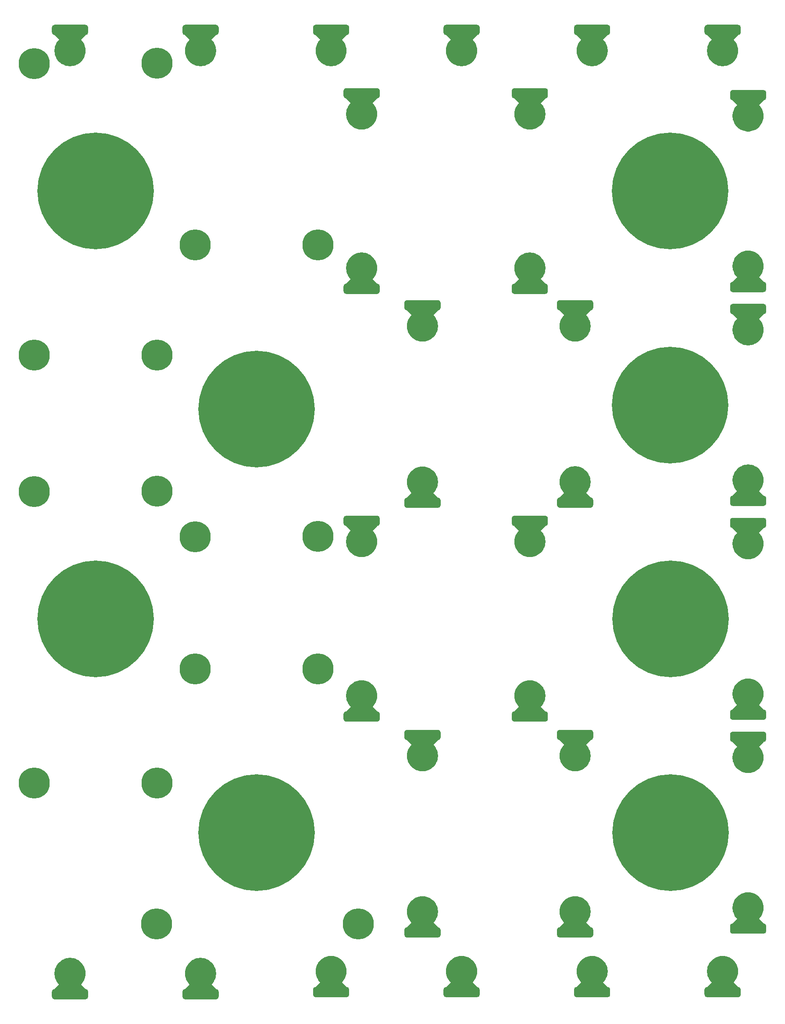
<source format=gbr>
%TF.GenerationSoftware,KiCad,Pcbnew,(5.1.9)-1*%
%TF.CreationDate,2021-11-07T02:37:45+01:00*%
%TF.ProjectId,SwitchBox,53776974-6368-4426-9f78-2e6b69636164,rev?*%
%TF.SameCoordinates,Original*%
%TF.FileFunction,Soldermask,Bot*%
%TF.FilePolarity,Negative*%
%FSLAX46Y46*%
G04 Gerber Fmt 4.6, Leading zero omitted, Abs format (unit mm)*
G04 Created by KiCad (PCBNEW (5.1.9)-1) date 2021-11-07 02:37:45*
%MOMM*%
%LPD*%
G01*
G04 APERTURE LIST*
%ADD10C,6.000000*%
%ADD11C,22.500000*%
%ADD12C,0.100000*%
G04 APERTURE END LIST*
D10*
%TO.C,SW1*%
X60120000Y-96280000D03*
X60100000Y-40010000D03*
X36400000Y-40040000D03*
X36420000Y-96260000D03*
D11*
X48260000Y-64650000D03*
%TD*%
%TO.C,D4*%
X159250000Y-188420000D03*
%TD*%
%TO.C,D3*%
X159230000Y-147163332D03*
%TD*%
%TO.C,D2*%
X159190000Y-105906666D03*
%TD*%
%TO.C,D1*%
X159190000Y-64650000D03*
%TD*%
D12*
%TO.C,BLACK*%
G36*
X111790191Y-117802470D02*
G01*
X112078941Y-117859906D01*
X112360670Y-117945368D01*
X112632665Y-118058032D01*
X112892308Y-118196814D01*
X113137098Y-118360377D01*
X113364677Y-118547147D01*
X113572853Y-118755323D01*
X113759623Y-118982902D01*
X113923186Y-119227692D01*
X114061968Y-119487335D01*
X114174632Y-119759330D01*
X114260094Y-120041059D01*
X114317530Y-120329809D01*
X114346386Y-120622797D01*
X114346386Y-120917203D01*
X114317530Y-121210191D01*
X114260094Y-121498941D01*
X114174632Y-121780670D01*
X114061968Y-122052665D01*
X113923186Y-122312308D01*
X113759623Y-122557098D01*
X113572853Y-122784677D01*
X113468765Y-122888765D01*
X114350000Y-123770000D01*
X108350000Y-123770000D01*
X109231235Y-122888765D01*
X109127147Y-122784677D01*
X108940377Y-122557098D01*
X108776814Y-122312308D01*
X108638032Y-122052665D01*
X108525368Y-121780670D01*
X108439906Y-121498941D01*
X108382470Y-121210191D01*
X108353614Y-120917203D01*
X108353614Y-120622797D01*
X108382470Y-120329809D01*
X108439906Y-120041059D01*
X108525368Y-119759330D01*
X108638032Y-119487335D01*
X108776814Y-119227692D01*
X108940377Y-118982902D01*
X109127147Y-118755323D01*
X109335323Y-118547147D01*
X109562902Y-118360377D01*
X109807692Y-118196814D01*
X110067335Y-118058032D01*
X110339330Y-117945368D01*
X110621059Y-117859906D01*
X110909809Y-117802470D01*
X111202797Y-117773614D01*
X111497203Y-117773614D01*
X111790191Y-117802470D01*
G37*
G36*
G01*
X108350000Y-123770000D02*
X114350000Y-123770000D01*
G75*
G02*
X114850000Y-124270000I0J-500000D01*
G01*
X114850000Y-125270000D01*
G75*
G02*
X114350000Y-125770000I-500000J0D01*
G01*
X108350000Y-125770000D01*
G75*
G02*
X107850000Y-125270000I0J500000D01*
G01*
X107850000Y-124270000D01*
G75*
G02*
X108350000Y-123770000I500000J0D01*
G01*
G37*
%TD*%
%TO.C,BLACK*%
G36*
X99169809Y-135237530D02*
G01*
X98881059Y-135180094D01*
X98599330Y-135094632D01*
X98327335Y-134981968D01*
X98067692Y-134843186D01*
X97822902Y-134679623D01*
X97595323Y-134492853D01*
X97387147Y-134284677D01*
X97200377Y-134057098D01*
X97036814Y-133812308D01*
X96898032Y-133552665D01*
X96785368Y-133280670D01*
X96699906Y-132998941D01*
X96642470Y-132710191D01*
X96613614Y-132417203D01*
X96613614Y-132122797D01*
X96642470Y-131829809D01*
X96699906Y-131541059D01*
X96785368Y-131259330D01*
X96898032Y-130987335D01*
X97036814Y-130727692D01*
X97200377Y-130482902D01*
X97387147Y-130255323D01*
X97491235Y-130151235D01*
X96610000Y-129270000D01*
X102610000Y-129270000D01*
X101728765Y-130151235D01*
X101832853Y-130255323D01*
X102019623Y-130482902D01*
X102183186Y-130727692D01*
X102321968Y-130987335D01*
X102434632Y-131259330D01*
X102520094Y-131541059D01*
X102577530Y-131829809D01*
X102606386Y-132122797D01*
X102606386Y-132417203D01*
X102577530Y-132710191D01*
X102520094Y-132998941D01*
X102434632Y-133280670D01*
X102321968Y-133552665D01*
X102183186Y-133812308D01*
X102019623Y-134057098D01*
X101832853Y-134284677D01*
X101624677Y-134492853D01*
X101397098Y-134679623D01*
X101152308Y-134843186D01*
X100892665Y-134981968D01*
X100620670Y-135094632D01*
X100338941Y-135180094D01*
X100050191Y-135237530D01*
X99757203Y-135266386D01*
X99462797Y-135266386D01*
X99169809Y-135237530D01*
G37*
G36*
G01*
X102610000Y-129270000D02*
X96610000Y-129270000D01*
G75*
G02*
X96110000Y-128770000I0J500000D01*
G01*
X96110000Y-127770000D01*
G75*
G02*
X96610000Y-127270000I500000J0D01*
G01*
X102610000Y-127270000D01*
G75*
G02*
X103110000Y-127770000I0J-500000D01*
G01*
X103110000Y-128770000D01*
G75*
G02*
X102610000Y-129270000I-500000J0D01*
G01*
G37*
%TD*%
%TO.C,BLACK*%
G36*
G01*
X96610000Y-165010000D02*
X102610000Y-165010000D01*
G75*
G02*
X103110000Y-165510000I0J-500000D01*
G01*
X103110000Y-166510000D01*
G75*
G02*
X102610000Y-167010000I-500000J0D01*
G01*
X96610000Y-167010000D01*
G75*
G02*
X96110000Y-166510000I0J500000D01*
G01*
X96110000Y-165510000D01*
G75*
G02*
X96610000Y-165010000I500000J0D01*
G01*
G37*
G36*
X100050191Y-159042470D02*
G01*
X100338941Y-159099906D01*
X100620670Y-159185368D01*
X100892665Y-159298032D01*
X101152308Y-159436814D01*
X101397098Y-159600377D01*
X101624677Y-159787147D01*
X101832853Y-159995323D01*
X102019623Y-160222902D01*
X102183186Y-160467692D01*
X102321968Y-160727335D01*
X102434632Y-160999330D01*
X102520094Y-161281059D01*
X102577530Y-161569809D01*
X102606386Y-161862797D01*
X102606386Y-162157203D01*
X102577530Y-162450191D01*
X102520094Y-162738941D01*
X102434632Y-163020670D01*
X102321968Y-163292665D01*
X102183186Y-163552308D01*
X102019623Y-163797098D01*
X101832853Y-164024677D01*
X101728765Y-164128765D01*
X102610000Y-165010000D01*
X96610000Y-165010000D01*
X97491235Y-164128765D01*
X97387147Y-164024677D01*
X97200377Y-163797098D01*
X97036814Y-163552308D01*
X96898032Y-163292665D01*
X96785368Y-163020670D01*
X96699906Y-162738941D01*
X96642470Y-162450191D01*
X96613614Y-162157203D01*
X96613614Y-161862797D01*
X96642470Y-161569809D01*
X96699906Y-161281059D01*
X96785368Y-160999330D01*
X96898032Y-160727335D01*
X97036814Y-160467692D01*
X97200377Y-160222902D01*
X97387147Y-159995323D01*
X97595323Y-159787147D01*
X97822902Y-159600377D01*
X98067692Y-159436814D01*
X98327335Y-159298032D01*
X98599330Y-159185368D01*
X98881059Y-159099906D01*
X99169809Y-159042470D01*
X99462797Y-159013614D01*
X99757203Y-159013614D01*
X100050191Y-159042470D01*
G37*
%TD*%
%TO.C,BLACK*%
G36*
G01*
X108350000Y-206650000D02*
X114350000Y-206650000D01*
G75*
G02*
X114850000Y-207150000I0J-500000D01*
G01*
X114850000Y-208150000D01*
G75*
G02*
X114350000Y-208650000I-500000J0D01*
G01*
X108350000Y-208650000D01*
G75*
G02*
X107850000Y-208150000I0J500000D01*
G01*
X107850000Y-207150000D01*
G75*
G02*
X108350000Y-206650000I500000J0D01*
G01*
G37*
G36*
X111790191Y-200682470D02*
G01*
X112078941Y-200739906D01*
X112360670Y-200825368D01*
X112632665Y-200938032D01*
X112892308Y-201076814D01*
X113137098Y-201240377D01*
X113364677Y-201427147D01*
X113572853Y-201635323D01*
X113759623Y-201862902D01*
X113923186Y-202107692D01*
X114061968Y-202367335D01*
X114174632Y-202639330D01*
X114260094Y-202921059D01*
X114317530Y-203209809D01*
X114346386Y-203502797D01*
X114346386Y-203797203D01*
X114317530Y-204090191D01*
X114260094Y-204378941D01*
X114174632Y-204660670D01*
X114061968Y-204932665D01*
X113923186Y-205192308D01*
X113759623Y-205437098D01*
X113572853Y-205664677D01*
X113468765Y-205768765D01*
X114350000Y-206650000D01*
X108350000Y-206650000D01*
X109231235Y-205768765D01*
X109127147Y-205664677D01*
X108940377Y-205437098D01*
X108776814Y-205192308D01*
X108638032Y-204932665D01*
X108525368Y-204660670D01*
X108439906Y-204378941D01*
X108382470Y-204090191D01*
X108353614Y-203797203D01*
X108353614Y-203502797D01*
X108382470Y-203209809D01*
X108439906Y-202921059D01*
X108525368Y-202639330D01*
X108638032Y-202367335D01*
X108776814Y-202107692D01*
X108940377Y-201862902D01*
X109127147Y-201635323D01*
X109335323Y-201427147D01*
X109562902Y-201240377D01*
X109807692Y-201076814D01*
X110067335Y-200938032D01*
X110339330Y-200825368D01*
X110621059Y-200739906D01*
X110909809Y-200682470D01*
X111202797Y-200653614D01*
X111497203Y-200653614D01*
X111790191Y-200682470D01*
G37*
%TD*%
%TO.C,BLACK*%
G36*
G01*
X114350000Y-170570000D02*
X108350000Y-170570000D01*
G75*
G02*
X107850000Y-170070000I0J500000D01*
G01*
X107850000Y-169070000D01*
G75*
G02*
X108350000Y-168570000I500000J0D01*
G01*
X114350000Y-168570000D01*
G75*
G02*
X114850000Y-169070000I0J-500000D01*
G01*
X114850000Y-170070000D01*
G75*
G02*
X114350000Y-170570000I-500000J0D01*
G01*
G37*
G36*
X110909809Y-176537530D02*
G01*
X110621059Y-176480094D01*
X110339330Y-176394632D01*
X110067335Y-176281968D01*
X109807692Y-176143186D01*
X109562902Y-175979623D01*
X109335323Y-175792853D01*
X109127147Y-175584677D01*
X108940377Y-175357098D01*
X108776814Y-175112308D01*
X108638032Y-174852665D01*
X108525368Y-174580670D01*
X108439906Y-174298941D01*
X108382470Y-174010191D01*
X108353614Y-173717203D01*
X108353614Y-173422797D01*
X108382470Y-173129809D01*
X108439906Y-172841059D01*
X108525368Y-172559330D01*
X108638032Y-172287335D01*
X108776814Y-172027692D01*
X108940377Y-171782902D01*
X109127147Y-171555323D01*
X109231235Y-171451235D01*
X108350000Y-170570000D01*
X114350000Y-170570000D01*
X113468765Y-171451235D01*
X113572853Y-171555323D01*
X113759623Y-171782902D01*
X113923186Y-172027692D01*
X114061968Y-172287335D01*
X114174632Y-172559330D01*
X114260094Y-172841059D01*
X114317530Y-173129809D01*
X114346386Y-173422797D01*
X114346386Y-173717203D01*
X114317530Y-174010191D01*
X114260094Y-174298941D01*
X114174632Y-174580670D01*
X114061968Y-174852665D01*
X113923186Y-175112308D01*
X113759623Y-175357098D01*
X113572853Y-175584677D01*
X113364677Y-175792853D01*
X113137098Y-175979623D01*
X112892308Y-176143186D01*
X112632665Y-176281968D01*
X112360670Y-176394632D01*
X112078941Y-176480094D01*
X111790191Y-176537530D01*
X111497203Y-176566386D01*
X111202797Y-176566386D01*
X110909809Y-176537530D01*
G37*
%TD*%
%TO.C,BLACK*%
G36*
X110909809Y-93647530D02*
G01*
X110621059Y-93590094D01*
X110339330Y-93504632D01*
X110067335Y-93391968D01*
X109807692Y-93253186D01*
X109562902Y-93089623D01*
X109335323Y-92902853D01*
X109127147Y-92694677D01*
X108940377Y-92467098D01*
X108776814Y-92222308D01*
X108638032Y-91962665D01*
X108525368Y-91690670D01*
X108439906Y-91408941D01*
X108382470Y-91120191D01*
X108353614Y-90827203D01*
X108353614Y-90532797D01*
X108382470Y-90239809D01*
X108439906Y-89951059D01*
X108525368Y-89669330D01*
X108638032Y-89397335D01*
X108776814Y-89137692D01*
X108940377Y-88892902D01*
X109127147Y-88665323D01*
X109231235Y-88561235D01*
X108350000Y-87680000D01*
X114350000Y-87680000D01*
X113468765Y-88561235D01*
X113572853Y-88665323D01*
X113759623Y-88892902D01*
X113923186Y-89137692D01*
X114061968Y-89397335D01*
X114174632Y-89669330D01*
X114260094Y-89951059D01*
X114317530Y-90239809D01*
X114346386Y-90532797D01*
X114346386Y-90827203D01*
X114317530Y-91120191D01*
X114260094Y-91408941D01*
X114174632Y-91690670D01*
X114061968Y-91962665D01*
X113923186Y-92222308D01*
X113759623Y-92467098D01*
X113572853Y-92694677D01*
X113364677Y-92902853D01*
X113137098Y-93089623D01*
X112892308Y-93253186D01*
X112632665Y-93391968D01*
X112360670Y-93504632D01*
X112078941Y-93590094D01*
X111790191Y-93647530D01*
X111497203Y-93676386D01*
X111202797Y-93676386D01*
X110909809Y-93647530D01*
G37*
G36*
G01*
X114350000Y-87680000D02*
X108350000Y-87680000D01*
G75*
G02*
X107850000Y-87180000I0J500000D01*
G01*
X107850000Y-86180000D01*
G75*
G02*
X108350000Y-85680000I500000J0D01*
G01*
X114350000Y-85680000D01*
G75*
G02*
X114850000Y-86180000I0J-500000D01*
G01*
X114850000Y-87180000D01*
G75*
G02*
X114350000Y-87680000I-500000J0D01*
G01*
G37*
%TD*%
%TO.C,BLACK*%
G36*
X100050191Y-76532470D02*
G01*
X100338941Y-76589906D01*
X100620670Y-76675368D01*
X100892665Y-76788032D01*
X101152308Y-76926814D01*
X101397098Y-77090377D01*
X101624677Y-77277147D01*
X101832853Y-77485323D01*
X102019623Y-77712902D01*
X102183186Y-77957692D01*
X102321968Y-78217335D01*
X102434632Y-78489330D01*
X102520094Y-78771059D01*
X102577530Y-79059809D01*
X102606386Y-79352797D01*
X102606386Y-79647203D01*
X102577530Y-79940191D01*
X102520094Y-80228941D01*
X102434632Y-80510670D01*
X102321968Y-80782665D01*
X102183186Y-81042308D01*
X102019623Y-81287098D01*
X101832853Y-81514677D01*
X101728765Y-81618765D01*
X102610000Y-82500000D01*
X96610000Y-82500000D01*
X97491235Y-81618765D01*
X97387147Y-81514677D01*
X97200377Y-81287098D01*
X97036814Y-81042308D01*
X96898032Y-80782665D01*
X96785368Y-80510670D01*
X96699906Y-80228941D01*
X96642470Y-79940191D01*
X96613614Y-79647203D01*
X96613614Y-79352797D01*
X96642470Y-79059809D01*
X96699906Y-78771059D01*
X96785368Y-78489330D01*
X96898032Y-78217335D01*
X97036814Y-77957692D01*
X97200377Y-77712902D01*
X97387147Y-77485323D01*
X97595323Y-77277147D01*
X97822902Y-77090377D01*
X98067692Y-76926814D01*
X98327335Y-76788032D01*
X98599330Y-76675368D01*
X98881059Y-76589906D01*
X99169809Y-76532470D01*
X99462797Y-76503614D01*
X99757203Y-76503614D01*
X100050191Y-76532470D01*
G37*
G36*
G01*
X96610000Y-82500000D02*
X102610000Y-82500000D01*
G75*
G02*
X103110000Y-83000000I0J-500000D01*
G01*
X103110000Y-84000000D01*
G75*
G02*
X102610000Y-84500000I-500000J0D01*
G01*
X96610000Y-84500000D01*
G75*
G02*
X96110000Y-84000000I0J500000D01*
G01*
X96110000Y-83000000D01*
G75*
G02*
X96610000Y-82500000I500000J0D01*
G01*
G37*
%TD*%
%TO.C,BLACK*%
G36*
X140379809Y-93647530D02*
G01*
X140091059Y-93590094D01*
X139809330Y-93504632D01*
X139537335Y-93391968D01*
X139277692Y-93253186D01*
X139032902Y-93089623D01*
X138805323Y-92902853D01*
X138597147Y-92694677D01*
X138410377Y-92467098D01*
X138246814Y-92222308D01*
X138108032Y-91962665D01*
X137995368Y-91690670D01*
X137909906Y-91408941D01*
X137852470Y-91120191D01*
X137823614Y-90827203D01*
X137823614Y-90532797D01*
X137852470Y-90239809D01*
X137909906Y-89951059D01*
X137995368Y-89669330D01*
X138108032Y-89397335D01*
X138246814Y-89137692D01*
X138410377Y-88892902D01*
X138597147Y-88665323D01*
X138701235Y-88561235D01*
X137820000Y-87680000D01*
X143820000Y-87680000D01*
X142938765Y-88561235D01*
X143042853Y-88665323D01*
X143229623Y-88892902D01*
X143393186Y-89137692D01*
X143531968Y-89397335D01*
X143644632Y-89669330D01*
X143730094Y-89951059D01*
X143787530Y-90239809D01*
X143816386Y-90532797D01*
X143816386Y-90827203D01*
X143787530Y-91120191D01*
X143730094Y-91408941D01*
X143644632Y-91690670D01*
X143531968Y-91962665D01*
X143393186Y-92222308D01*
X143229623Y-92467098D01*
X143042853Y-92694677D01*
X142834677Y-92902853D01*
X142607098Y-93089623D01*
X142362308Y-93253186D01*
X142102665Y-93391968D01*
X141830670Y-93504632D01*
X141548941Y-93590094D01*
X141260191Y-93647530D01*
X140967203Y-93676386D01*
X140672797Y-93676386D01*
X140379809Y-93647530D01*
G37*
G36*
G01*
X143820000Y-87680000D02*
X137820000Y-87680000D01*
G75*
G02*
X137320000Y-87180000I0J500000D01*
G01*
X137320000Y-86180000D01*
G75*
G02*
X137820000Y-85680000I500000J0D01*
G01*
X143820000Y-85680000D01*
G75*
G02*
X144320000Y-86180000I0J-500000D01*
G01*
X144320000Y-87180000D01*
G75*
G02*
X143820000Y-87680000I-500000J0D01*
G01*
G37*
%TD*%
%TO.C,BLACK*%
G36*
X140379809Y-176537530D02*
G01*
X140091059Y-176480094D01*
X139809330Y-176394632D01*
X139537335Y-176281968D01*
X139277692Y-176143186D01*
X139032902Y-175979623D01*
X138805323Y-175792853D01*
X138597147Y-175584677D01*
X138410377Y-175357098D01*
X138246814Y-175112308D01*
X138108032Y-174852665D01*
X137995368Y-174580670D01*
X137909906Y-174298941D01*
X137852470Y-174010191D01*
X137823614Y-173717203D01*
X137823614Y-173422797D01*
X137852470Y-173129809D01*
X137909906Y-172841059D01*
X137995368Y-172559330D01*
X138108032Y-172287335D01*
X138246814Y-172027692D01*
X138410377Y-171782902D01*
X138597147Y-171555323D01*
X138701235Y-171451235D01*
X137820000Y-170570000D01*
X143820000Y-170570000D01*
X142938765Y-171451235D01*
X143042853Y-171555323D01*
X143229623Y-171782902D01*
X143393186Y-172027692D01*
X143531968Y-172287335D01*
X143644632Y-172559330D01*
X143730094Y-172841059D01*
X143787530Y-173129809D01*
X143816386Y-173422797D01*
X143816386Y-173717203D01*
X143787530Y-174010191D01*
X143730094Y-174298941D01*
X143644632Y-174580670D01*
X143531968Y-174852665D01*
X143393186Y-175112308D01*
X143229623Y-175357098D01*
X143042853Y-175584677D01*
X142834677Y-175792853D01*
X142607098Y-175979623D01*
X142362308Y-176143186D01*
X142102665Y-176281968D01*
X141830670Y-176394632D01*
X141548941Y-176480094D01*
X141260191Y-176537530D01*
X140967203Y-176566386D01*
X140672797Y-176566386D01*
X140379809Y-176537530D01*
G37*
G36*
G01*
X143820000Y-170570000D02*
X137820000Y-170570000D01*
G75*
G02*
X137320000Y-170070000I0J500000D01*
G01*
X137320000Y-169070000D01*
G75*
G02*
X137820000Y-168570000I500000J0D01*
G01*
X143820000Y-168570000D01*
G75*
G02*
X144320000Y-169070000I0J-500000D01*
G01*
X144320000Y-170070000D01*
G75*
G02*
X143820000Y-170570000I-500000J0D01*
G01*
G37*
%TD*%
%TO.C,BLACK*%
G36*
X132520191Y-159032470D02*
G01*
X132808941Y-159089906D01*
X133090670Y-159175368D01*
X133362665Y-159288032D01*
X133622308Y-159426814D01*
X133867098Y-159590377D01*
X134094677Y-159777147D01*
X134302853Y-159985323D01*
X134489623Y-160212902D01*
X134653186Y-160457692D01*
X134791968Y-160717335D01*
X134904632Y-160989330D01*
X134990094Y-161271059D01*
X135047530Y-161559809D01*
X135076386Y-161852797D01*
X135076386Y-162147203D01*
X135047530Y-162440191D01*
X134990094Y-162728941D01*
X134904632Y-163010670D01*
X134791968Y-163282665D01*
X134653186Y-163542308D01*
X134489623Y-163787098D01*
X134302853Y-164014677D01*
X134198765Y-164118765D01*
X135080000Y-165000000D01*
X129080000Y-165000000D01*
X129961235Y-164118765D01*
X129857147Y-164014677D01*
X129670377Y-163787098D01*
X129506814Y-163542308D01*
X129368032Y-163282665D01*
X129255368Y-163010670D01*
X129169906Y-162728941D01*
X129112470Y-162440191D01*
X129083614Y-162147203D01*
X129083614Y-161852797D01*
X129112470Y-161559809D01*
X129169906Y-161271059D01*
X129255368Y-160989330D01*
X129368032Y-160717335D01*
X129506814Y-160457692D01*
X129670377Y-160212902D01*
X129857147Y-159985323D01*
X130065323Y-159777147D01*
X130292902Y-159590377D01*
X130537692Y-159426814D01*
X130797335Y-159288032D01*
X131069330Y-159175368D01*
X131351059Y-159089906D01*
X131639809Y-159032470D01*
X131932797Y-159003614D01*
X132227203Y-159003614D01*
X132520191Y-159032470D01*
G37*
G36*
G01*
X129080000Y-165000000D02*
X135080000Y-165000000D01*
G75*
G02*
X135580000Y-165500000I0J-500000D01*
G01*
X135580000Y-166500000D01*
G75*
G02*
X135080000Y-167000000I-500000J0D01*
G01*
X129080000Y-167000000D01*
G75*
G02*
X128580000Y-166500000I0J500000D01*
G01*
X128580000Y-165500000D01*
G75*
G02*
X129080000Y-165000000I500000J0D01*
G01*
G37*
%TD*%
%TO.C,BLACK*%
G36*
G01*
X137820000Y-206640000D02*
X143820000Y-206640000D01*
G75*
G02*
X144320000Y-207140000I0J-500000D01*
G01*
X144320000Y-208140000D01*
G75*
G02*
X143820000Y-208640000I-500000J0D01*
G01*
X137820000Y-208640000D01*
G75*
G02*
X137320000Y-208140000I0J500000D01*
G01*
X137320000Y-207140000D01*
G75*
G02*
X137820000Y-206640000I500000J0D01*
G01*
G37*
G36*
X141260191Y-200672470D02*
G01*
X141548941Y-200729906D01*
X141830670Y-200815368D01*
X142102665Y-200928032D01*
X142362308Y-201066814D01*
X142607098Y-201230377D01*
X142834677Y-201417147D01*
X143042853Y-201625323D01*
X143229623Y-201852902D01*
X143393186Y-202097692D01*
X143531968Y-202357335D01*
X143644632Y-202629330D01*
X143730094Y-202911059D01*
X143787530Y-203199809D01*
X143816386Y-203492797D01*
X143816386Y-203787203D01*
X143787530Y-204080191D01*
X143730094Y-204368941D01*
X143644632Y-204650670D01*
X143531968Y-204922665D01*
X143393186Y-205182308D01*
X143229623Y-205427098D01*
X143042853Y-205654677D01*
X142938765Y-205758765D01*
X143820000Y-206640000D01*
X137820000Y-206640000D01*
X138701235Y-205758765D01*
X138597147Y-205654677D01*
X138410377Y-205427098D01*
X138246814Y-205182308D01*
X138108032Y-204922665D01*
X137995368Y-204650670D01*
X137909906Y-204368941D01*
X137852470Y-204080191D01*
X137823614Y-203787203D01*
X137823614Y-203492797D01*
X137852470Y-203199809D01*
X137909906Y-202911059D01*
X137995368Y-202629330D01*
X138108032Y-202357335D01*
X138246814Y-202097692D01*
X138410377Y-201852902D01*
X138597147Y-201625323D01*
X138805323Y-201417147D01*
X139032902Y-201230377D01*
X139277692Y-201066814D01*
X139537335Y-200928032D01*
X139809330Y-200815368D01*
X140091059Y-200729906D01*
X140379809Y-200672470D01*
X140672797Y-200643614D01*
X140967203Y-200643614D01*
X141260191Y-200672470D01*
G37*
%TD*%
%TO.C,BLACK*%
G36*
G01*
X129080000Y-82500000D02*
X135080000Y-82500000D01*
G75*
G02*
X135580000Y-83000000I0J-500000D01*
G01*
X135580000Y-84000000D01*
G75*
G02*
X135080000Y-84500000I-500000J0D01*
G01*
X129080000Y-84500000D01*
G75*
G02*
X128580000Y-84000000I0J500000D01*
G01*
X128580000Y-83000000D01*
G75*
G02*
X129080000Y-82500000I500000J0D01*
G01*
G37*
G36*
X132520191Y-76532470D02*
G01*
X132808941Y-76589906D01*
X133090670Y-76675368D01*
X133362665Y-76788032D01*
X133622308Y-76926814D01*
X133867098Y-77090377D01*
X134094677Y-77277147D01*
X134302853Y-77485323D01*
X134489623Y-77712902D01*
X134653186Y-77957692D01*
X134791968Y-78217335D01*
X134904632Y-78489330D01*
X134990094Y-78771059D01*
X135047530Y-79059809D01*
X135076386Y-79352797D01*
X135076386Y-79647203D01*
X135047530Y-79940191D01*
X134990094Y-80228941D01*
X134904632Y-80510670D01*
X134791968Y-80782665D01*
X134653186Y-81042308D01*
X134489623Y-81287098D01*
X134302853Y-81514677D01*
X134198765Y-81618765D01*
X135080000Y-82500000D01*
X129080000Y-82500000D01*
X129961235Y-81618765D01*
X129857147Y-81514677D01*
X129670377Y-81287098D01*
X129506814Y-81042308D01*
X129368032Y-80782665D01*
X129255368Y-80510670D01*
X129169906Y-80228941D01*
X129112470Y-79940191D01*
X129083614Y-79647203D01*
X129083614Y-79352797D01*
X129112470Y-79059809D01*
X129169906Y-78771059D01*
X129255368Y-78489330D01*
X129368032Y-78217335D01*
X129506814Y-77957692D01*
X129670377Y-77712902D01*
X129857147Y-77485323D01*
X130065323Y-77277147D01*
X130292902Y-77090377D01*
X130537692Y-76926814D01*
X130797335Y-76788032D01*
X131069330Y-76675368D01*
X131351059Y-76589906D01*
X131639809Y-76532470D01*
X131932797Y-76503614D01*
X132227203Y-76503614D01*
X132520191Y-76532470D01*
G37*
%TD*%
%TO.C,BLACK*%
G36*
G01*
X137820000Y-123740000D02*
X143820000Y-123740000D01*
G75*
G02*
X144320000Y-124240000I0J-500000D01*
G01*
X144320000Y-125240000D01*
G75*
G02*
X143820000Y-125740000I-500000J0D01*
G01*
X137820000Y-125740000D01*
G75*
G02*
X137320000Y-125240000I0J500000D01*
G01*
X137320000Y-124240000D01*
G75*
G02*
X137820000Y-123740000I500000J0D01*
G01*
G37*
G36*
X141260191Y-117772470D02*
G01*
X141548941Y-117829906D01*
X141830670Y-117915368D01*
X142102665Y-118028032D01*
X142362308Y-118166814D01*
X142607098Y-118330377D01*
X142834677Y-118517147D01*
X143042853Y-118725323D01*
X143229623Y-118952902D01*
X143393186Y-119197692D01*
X143531968Y-119457335D01*
X143644632Y-119729330D01*
X143730094Y-120011059D01*
X143787530Y-120299809D01*
X143816386Y-120592797D01*
X143816386Y-120887203D01*
X143787530Y-121180191D01*
X143730094Y-121468941D01*
X143644632Y-121750670D01*
X143531968Y-122022665D01*
X143393186Y-122282308D01*
X143229623Y-122527098D01*
X143042853Y-122754677D01*
X142938765Y-122858765D01*
X143820000Y-123740000D01*
X137820000Y-123740000D01*
X138701235Y-122858765D01*
X138597147Y-122754677D01*
X138410377Y-122527098D01*
X138246814Y-122282308D01*
X138108032Y-122022665D01*
X137995368Y-121750670D01*
X137909906Y-121468941D01*
X137852470Y-121180191D01*
X137823614Y-120887203D01*
X137823614Y-120592797D01*
X137852470Y-120299809D01*
X137909906Y-120011059D01*
X137995368Y-119729330D01*
X138108032Y-119457335D01*
X138246814Y-119197692D01*
X138410377Y-118952902D01*
X138597147Y-118725323D01*
X138805323Y-118517147D01*
X139032902Y-118330377D01*
X139277692Y-118166814D01*
X139537335Y-118028032D01*
X139809330Y-117915368D01*
X140091059Y-117829906D01*
X140379809Y-117772470D01*
X140672797Y-117743614D01*
X140967203Y-117743614D01*
X141260191Y-117772470D01*
G37*
%TD*%
%TO.C,BLACK*%
G36*
G01*
X135080000Y-129270000D02*
X129080000Y-129270000D01*
G75*
G02*
X128580000Y-128770000I0J500000D01*
G01*
X128580000Y-127770000D01*
G75*
G02*
X129080000Y-127270000I500000J0D01*
G01*
X135080000Y-127270000D01*
G75*
G02*
X135580000Y-127770000I0J-500000D01*
G01*
X135580000Y-128770000D01*
G75*
G02*
X135080000Y-129270000I-500000J0D01*
G01*
G37*
G36*
X131639809Y-135237530D02*
G01*
X131351059Y-135180094D01*
X131069330Y-135094632D01*
X130797335Y-134981968D01*
X130537692Y-134843186D01*
X130292902Y-134679623D01*
X130065323Y-134492853D01*
X129857147Y-134284677D01*
X129670377Y-134057098D01*
X129506814Y-133812308D01*
X129368032Y-133552665D01*
X129255368Y-133280670D01*
X129169906Y-132998941D01*
X129112470Y-132710191D01*
X129083614Y-132417203D01*
X129083614Y-132122797D01*
X129112470Y-131829809D01*
X129169906Y-131541059D01*
X129255368Y-131259330D01*
X129368032Y-130987335D01*
X129506814Y-130727692D01*
X129670377Y-130482902D01*
X129857147Y-130255323D01*
X129961235Y-130151235D01*
X129080000Y-129270000D01*
X135080000Y-129270000D01*
X134198765Y-130151235D01*
X134302853Y-130255323D01*
X134489623Y-130482902D01*
X134653186Y-130727692D01*
X134791968Y-130987335D01*
X134904632Y-131259330D01*
X134990094Y-131541059D01*
X135047530Y-131829809D01*
X135076386Y-132122797D01*
X135076386Y-132417203D01*
X135047530Y-132710191D01*
X134990094Y-132998941D01*
X134904632Y-133280670D01*
X134791968Y-133552665D01*
X134653186Y-133812308D01*
X134489623Y-134057098D01*
X134302853Y-134284677D01*
X134094677Y-134492853D01*
X133867098Y-134679623D01*
X133622308Y-134843186D01*
X133362665Y-134981968D01*
X133090670Y-135094632D01*
X132808941Y-135180094D01*
X132520191Y-135237530D01*
X132227203Y-135266386D01*
X131932797Y-135266386D01*
X131639809Y-135237530D01*
G37*
%TD*%
%TO.C,BLACK*%
G36*
G01*
X40310000Y-218570000D02*
X46310000Y-218570000D01*
G75*
G02*
X46810000Y-219070000I0J-500000D01*
G01*
X46810000Y-220070000D01*
G75*
G02*
X46310000Y-220570000I-500000J0D01*
G01*
X40310000Y-220570000D01*
G75*
G02*
X39810000Y-220070000I0J500000D01*
G01*
X39810000Y-219070000D01*
G75*
G02*
X40310000Y-218570000I500000J0D01*
G01*
G37*
G36*
X43750191Y-212602470D02*
G01*
X44038941Y-212659906D01*
X44320670Y-212745368D01*
X44592665Y-212858032D01*
X44852308Y-212996814D01*
X45097098Y-213160377D01*
X45324677Y-213347147D01*
X45532853Y-213555323D01*
X45719623Y-213782902D01*
X45883186Y-214027692D01*
X46021968Y-214287335D01*
X46134632Y-214559330D01*
X46220094Y-214841059D01*
X46277530Y-215129809D01*
X46306386Y-215422797D01*
X46306386Y-215717203D01*
X46277530Y-216010191D01*
X46220094Y-216298941D01*
X46134632Y-216580670D01*
X46021968Y-216852665D01*
X45883186Y-217112308D01*
X45719623Y-217357098D01*
X45532853Y-217584677D01*
X45428765Y-217688765D01*
X46310000Y-218570000D01*
X40310000Y-218570000D01*
X41191235Y-217688765D01*
X41087147Y-217584677D01*
X40900377Y-217357098D01*
X40736814Y-217112308D01*
X40598032Y-216852665D01*
X40485368Y-216580670D01*
X40399906Y-216298941D01*
X40342470Y-216010191D01*
X40313614Y-215717203D01*
X40313614Y-215422797D01*
X40342470Y-215129809D01*
X40399906Y-214841059D01*
X40485368Y-214559330D01*
X40598032Y-214287335D01*
X40736814Y-214027692D01*
X40900377Y-213782902D01*
X41087147Y-213555323D01*
X41295323Y-213347147D01*
X41522902Y-213160377D01*
X41767692Y-212996814D01*
X42027335Y-212858032D01*
X42299330Y-212745368D01*
X42581059Y-212659906D01*
X42869809Y-212602470D01*
X43162797Y-212573614D01*
X43457203Y-212573614D01*
X43750191Y-212602470D01*
G37*
%TD*%
%TO.C,RED*%
G36*
X42869809Y-40537530D02*
G01*
X42581059Y-40480094D01*
X42299330Y-40394632D01*
X42027335Y-40281968D01*
X41767692Y-40143186D01*
X41522902Y-39979623D01*
X41295323Y-39792853D01*
X41087147Y-39584677D01*
X40900377Y-39357098D01*
X40736814Y-39112308D01*
X40598032Y-38852665D01*
X40485368Y-38580670D01*
X40399906Y-38298941D01*
X40342470Y-38010191D01*
X40313614Y-37717203D01*
X40313614Y-37422797D01*
X40342470Y-37129809D01*
X40399906Y-36841059D01*
X40485368Y-36559330D01*
X40598032Y-36287335D01*
X40736814Y-36027692D01*
X40900377Y-35782902D01*
X41087147Y-35555323D01*
X41191235Y-35451235D01*
X40310000Y-34570000D01*
X46310000Y-34570000D01*
X45428765Y-35451235D01*
X45532853Y-35555323D01*
X45719623Y-35782902D01*
X45883186Y-36027692D01*
X46021968Y-36287335D01*
X46134632Y-36559330D01*
X46220094Y-36841059D01*
X46277530Y-37129809D01*
X46306386Y-37422797D01*
X46306386Y-37717203D01*
X46277530Y-38010191D01*
X46220094Y-38298941D01*
X46134632Y-38580670D01*
X46021968Y-38852665D01*
X45883186Y-39112308D01*
X45719623Y-39357098D01*
X45532853Y-39584677D01*
X45324677Y-39792853D01*
X45097098Y-39979623D01*
X44852308Y-40143186D01*
X44592665Y-40281968D01*
X44320670Y-40394632D01*
X44038941Y-40480094D01*
X43750191Y-40537530D01*
X43457203Y-40566386D01*
X43162797Y-40566386D01*
X42869809Y-40537530D01*
G37*
G36*
G01*
X46310000Y-34570000D02*
X40310000Y-34570000D01*
G75*
G02*
X39810000Y-34070000I0J500000D01*
G01*
X39810000Y-33070000D01*
G75*
G02*
X40310000Y-32570000I500000J0D01*
G01*
X46310000Y-32570000D01*
G75*
G02*
X46810000Y-33070000I0J-500000D01*
G01*
X46810000Y-34070000D01*
G75*
G02*
X46310000Y-34570000I-500000J0D01*
G01*
G37*
%TD*%
%TO.C,BLACK*%
G36*
X68948191Y-212602470D02*
G01*
X69236941Y-212659906D01*
X69518670Y-212745368D01*
X69790665Y-212858032D01*
X70050308Y-212996814D01*
X70295098Y-213160377D01*
X70522677Y-213347147D01*
X70730853Y-213555323D01*
X70917623Y-213782902D01*
X71081186Y-214027692D01*
X71219968Y-214287335D01*
X71332632Y-214559330D01*
X71418094Y-214841059D01*
X71475530Y-215129809D01*
X71504386Y-215422797D01*
X71504386Y-215717203D01*
X71475530Y-216010191D01*
X71418094Y-216298941D01*
X71332632Y-216580670D01*
X71219968Y-216852665D01*
X71081186Y-217112308D01*
X70917623Y-217357098D01*
X70730853Y-217584677D01*
X70626765Y-217688765D01*
X71508000Y-218570000D01*
X65508000Y-218570000D01*
X66389235Y-217688765D01*
X66285147Y-217584677D01*
X66098377Y-217357098D01*
X65934814Y-217112308D01*
X65796032Y-216852665D01*
X65683368Y-216580670D01*
X65597906Y-216298941D01*
X65540470Y-216010191D01*
X65511614Y-215717203D01*
X65511614Y-215422797D01*
X65540470Y-215129809D01*
X65597906Y-214841059D01*
X65683368Y-214559330D01*
X65796032Y-214287335D01*
X65934814Y-214027692D01*
X66098377Y-213782902D01*
X66285147Y-213555323D01*
X66493323Y-213347147D01*
X66720902Y-213160377D01*
X66965692Y-212996814D01*
X67225335Y-212858032D01*
X67497330Y-212745368D01*
X67779059Y-212659906D01*
X68067809Y-212602470D01*
X68360797Y-212573614D01*
X68655203Y-212573614D01*
X68948191Y-212602470D01*
G37*
G36*
G01*
X65508000Y-218570000D02*
X71508000Y-218570000D01*
G75*
G02*
X72008000Y-219070000I0J-500000D01*
G01*
X72008000Y-220070000D01*
G75*
G02*
X71508000Y-220570000I-500000J0D01*
G01*
X65508000Y-220570000D01*
G75*
G02*
X65008000Y-220070000I0J500000D01*
G01*
X65008000Y-219070000D01*
G75*
G02*
X65508000Y-218570000I500000J0D01*
G01*
G37*
%TD*%
%TO.C,RED*%
G36*
G01*
X71508000Y-34570000D02*
X65508000Y-34570000D01*
G75*
G02*
X65008000Y-34070000I0J500000D01*
G01*
X65008000Y-33070000D01*
G75*
G02*
X65508000Y-32570000I500000J0D01*
G01*
X71508000Y-32570000D01*
G75*
G02*
X72008000Y-33070000I0J-500000D01*
G01*
X72008000Y-34070000D01*
G75*
G02*
X71508000Y-34570000I-500000J0D01*
G01*
G37*
G36*
X68067809Y-40537530D02*
G01*
X67779059Y-40480094D01*
X67497330Y-40394632D01*
X67225335Y-40281968D01*
X66965692Y-40143186D01*
X66720902Y-39979623D01*
X66493323Y-39792853D01*
X66285147Y-39584677D01*
X66098377Y-39357098D01*
X65934814Y-39112308D01*
X65796032Y-38852665D01*
X65683368Y-38580670D01*
X65597906Y-38298941D01*
X65540470Y-38010191D01*
X65511614Y-37717203D01*
X65511614Y-37422797D01*
X65540470Y-37129809D01*
X65597906Y-36841059D01*
X65683368Y-36559330D01*
X65796032Y-36287335D01*
X65934814Y-36027692D01*
X66098377Y-35782902D01*
X66285147Y-35555323D01*
X66389235Y-35451235D01*
X65508000Y-34570000D01*
X71508000Y-34570000D01*
X70626765Y-35451235D01*
X70730853Y-35555323D01*
X70917623Y-35782902D01*
X71081186Y-36027692D01*
X71219968Y-36287335D01*
X71332632Y-36559330D01*
X71418094Y-36841059D01*
X71475530Y-37129809D01*
X71504386Y-37422797D01*
X71504386Y-37717203D01*
X71475530Y-38010191D01*
X71418094Y-38298941D01*
X71332632Y-38580670D01*
X71219968Y-38852665D01*
X71081186Y-39112308D01*
X70917623Y-39357098D01*
X70730853Y-39584677D01*
X70522677Y-39792853D01*
X70295098Y-39979623D01*
X70050308Y-40143186D01*
X69790665Y-40281968D01*
X69518670Y-40394632D01*
X69236941Y-40480094D01*
X68948191Y-40537530D01*
X68655203Y-40566386D01*
X68360797Y-40566386D01*
X68067809Y-40537530D01*
G37*
%TD*%
%TO.C,BLACK*%
G36*
G01*
X90706000Y-218170000D02*
X96706000Y-218170000D01*
G75*
G02*
X97206000Y-218670000I0J-500000D01*
G01*
X97206000Y-219670000D01*
G75*
G02*
X96706000Y-220170000I-500000J0D01*
G01*
X90706000Y-220170000D01*
G75*
G02*
X90206000Y-219670000I0J500000D01*
G01*
X90206000Y-218670000D01*
G75*
G02*
X90706000Y-218170000I500000J0D01*
G01*
G37*
G36*
X94146191Y-212202470D02*
G01*
X94434941Y-212259906D01*
X94716670Y-212345368D01*
X94988665Y-212458032D01*
X95248308Y-212596814D01*
X95493098Y-212760377D01*
X95720677Y-212947147D01*
X95928853Y-213155323D01*
X96115623Y-213382902D01*
X96279186Y-213627692D01*
X96417968Y-213887335D01*
X96530632Y-214159330D01*
X96616094Y-214441059D01*
X96673530Y-214729809D01*
X96702386Y-215022797D01*
X96702386Y-215317203D01*
X96673530Y-215610191D01*
X96616094Y-215898941D01*
X96530632Y-216180670D01*
X96417968Y-216452665D01*
X96279186Y-216712308D01*
X96115623Y-216957098D01*
X95928853Y-217184677D01*
X95824765Y-217288765D01*
X96706000Y-218170000D01*
X90706000Y-218170000D01*
X91587235Y-217288765D01*
X91483147Y-217184677D01*
X91296377Y-216957098D01*
X91132814Y-216712308D01*
X90994032Y-216452665D01*
X90881368Y-216180670D01*
X90795906Y-215898941D01*
X90738470Y-215610191D01*
X90709614Y-215317203D01*
X90709614Y-215022797D01*
X90738470Y-214729809D01*
X90795906Y-214441059D01*
X90881368Y-214159330D01*
X90994032Y-213887335D01*
X91132814Y-213627692D01*
X91296377Y-213382902D01*
X91483147Y-213155323D01*
X91691323Y-212947147D01*
X91918902Y-212760377D01*
X92163692Y-212596814D01*
X92423335Y-212458032D01*
X92695330Y-212345368D01*
X92977059Y-212259906D01*
X93265809Y-212202470D01*
X93558797Y-212173614D01*
X93853203Y-212173614D01*
X94146191Y-212202470D01*
G37*
%TD*%
%TO.C,RED*%
G36*
X93265809Y-40537530D02*
G01*
X92977059Y-40480094D01*
X92695330Y-40394632D01*
X92423335Y-40281968D01*
X92163692Y-40143186D01*
X91918902Y-39979623D01*
X91691323Y-39792853D01*
X91483147Y-39584677D01*
X91296377Y-39357098D01*
X91132814Y-39112308D01*
X90994032Y-38852665D01*
X90881368Y-38580670D01*
X90795906Y-38298941D01*
X90738470Y-38010191D01*
X90709614Y-37717203D01*
X90709614Y-37422797D01*
X90738470Y-37129809D01*
X90795906Y-36841059D01*
X90881368Y-36559330D01*
X90994032Y-36287335D01*
X91132814Y-36027692D01*
X91296377Y-35782902D01*
X91483147Y-35555323D01*
X91587235Y-35451235D01*
X90706000Y-34570000D01*
X96706000Y-34570000D01*
X95824765Y-35451235D01*
X95928853Y-35555323D01*
X96115623Y-35782902D01*
X96279186Y-36027692D01*
X96417968Y-36287335D01*
X96530632Y-36559330D01*
X96616094Y-36841059D01*
X96673530Y-37129809D01*
X96702386Y-37422797D01*
X96702386Y-37717203D01*
X96673530Y-38010191D01*
X96616094Y-38298941D01*
X96530632Y-38580670D01*
X96417968Y-38852665D01*
X96279186Y-39112308D01*
X96115623Y-39357098D01*
X95928853Y-39584677D01*
X95720677Y-39792853D01*
X95493098Y-39979623D01*
X95248308Y-40143186D01*
X94988665Y-40281968D01*
X94716670Y-40394632D01*
X94434941Y-40480094D01*
X94146191Y-40537530D01*
X93853203Y-40566386D01*
X93558797Y-40566386D01*
X93265809Y-40537530D01*
G37*
G36*
G01*
X96706000Y-34570000D02*
X90706000Y-34570000D01*
G75*
G02*
X90206000Y-34070000I0J500000D01*
G01*
X90206000Y-33070000D01*
G75*
G02*
X90706000Y-32570000I500000J0D01*
G01*
X96706000Y-32570000D01*
G75*
G02*
X97206000Y-33070000I0J-500000D01*
G01*
X97206000Y-34070000D01*
G75*
G02*
X96706000Y-34570000I-500000J0D01*
G01*
G37*
%TD*%
%TO.C,BLACK*%
G36*
X119344191Y-212202470D02*
G01*
X119632941Y-212259906D01*
X119914670Y-212345368D01*
X120186665Y-212458032D01*
X120446308Y-212596814D01*
X120691098Y-212760377D01*
X120918677Y-212947147D01*
X121126853Y-213155323D01*
X121313623Y-213382902D01*
X121477186Y-213627692D01*
X121615968Y-213887335D01*
X121728632Y-214159330D01*
X121814094Y-214441059D01*
X121871530Y-214729809D01*
X121900386Y-215022797D01*
X121900386Y-215317203D01*
X121871530Y-215610191D01*
X121814094Y-215898941D01*
X121728632Y-216180670D01*
X121615968Y-216452665D01*
X121477186Y-216712308D01*
X121313623Y-216957098D01*
X121126853Y-217184677D01*
X121022765Y-217288765D01*
X121904000Y-218170000D01*
X115904000Y-218170000D01*
X116785235Y-217288765D01*
X116681147Y-217184677D01*
X116494377Y-216957098D01*
X116330814Y-216712308D01*
X116192032Y-216452665D01*
X116079368Y-216180670D01*
X115993906Y-215898941D01*
X115936470Y-215610191D01*
X115907614Y-215317203D01*
X115907614Y-215022797D01*
X115936470Y-214729809D01*
X115993906Y-214441059D01*
X116079368Y-214159330D01*
X116192032Y-213887335D01*
X116330814Y-213627692D01*
X116494377Y-213382902D01*
X116681147Y-213155323D01*
X116889323Y-212947147D01*
X117116902Y-212760377D01*
X117361692Y-212596814D01*
X117621335Y-212458032D01*
X117893330Y-212345368D01*
X118175059Y-212259906D01*
X118463809Y-212202470D01*
X118756797Y-212173614D01*
X119051203Y-212173614D01*
X119344191Y-212202470D01*
G37*
G36*
G01*
X115904000Y-218170000D02*
X121904000Y-218170000D01*
G75*
G02*
X122404000Y-218670000I0J-500000D01*
G01*
X122404000Y-219670000D01*
G75*
G02*
X121904000Y-220170000I-500000J0D01*
G01*
X115904000Y-220170000D01*
G75*
G02*
X115404000Y-219670000I0J500000D01*
G01*
X115404000Y-218670000D01*
G75*
G02*
X115904000Y-218170000I500000J0D01*
G01*
G37*
%TD*%
%TO.C,RED*%
G36*
G01*
X121904000Y-34570000D02*
X115904000Y-34570000D01*
G75*
G02*
X115404000Y-34070000I0J500000D01*
G01*
X115404000Y-33070000D01*
G75*
G02*
X115904000Y-32570000I500000J0D01*
G01*
X121904000Y-32570000D01*
G75*
G02*
X122404000Y-33070000I0J-500000D01*
G01*
X122404000Y-34070000D01*
G75*
G02*
X121904000Y-34570000I-500000J0D01*
G01*
G37*
G36*
X118463809Y-40537530D02*
G01*
X118175059Y-40480094D01*
X117893330Y-40394632D01*
X117621335Y-40281968D01*
X117361692Y-40143186D01*
X117116902Y-39979623D01*
X116889323Y-39792853D01*
X116681147Y-39584677D01*
X116494377Y-39357098D01*
X116330814Y-39112308D01*
X116192032Y-38852665D01*
X116079368Y-38580670D01*
X115993906Y-38298941D01*
X115936470Y-38010191D01*
X115907614Y-37717203D01*
X115907614Y-37422797D01*
X115936470Y-37129809D01*
X115993906Y-36841059D01*
X116079368Y-36559330D01*
X116192032Y-36287335D01*
X116330814Y-36027692D01*
X116494377Y-35782902D01*
X116681147Y-35555323D01*
X116785235Y-35451235D01*
X115904000Y-34570000D01*
X121904000Y-34570000D01*
X121022765Y-35451235D01*
X121126853Y-35555323D01*
X121313623Y-35782902D01*
X121477186Y-36027692D01*
X121615968Y-36287335D01*
X121728632Y-36559330D01*
X121814094Y-36841059D01*
X121871530Y-37129809D01*
X121900386Y-37422797D01*
X121900386Y-37717203D01*
X121871530Y-38010191D01*
X121814094Y-38298941D01*
X121728632Y-38580670D01*
X121615968Y-38852665D01*
X121477186Y-39112308D01*
X121313623Y-39357098D01*
X121126853Y-39584677D01*
X120918677Y-39792853D01*
X120691098Y-39979623D01*
X120446308Y-40143186D01*
X120186665Y-40281968D01*
X119914670Y-40394632D01*
X119632941Y-40480094D01*
X119344191Y-40537530D01*
X119051203Y-40566386D01*
X118756797Y-40566386D01*
X118463809Y-40537530D01*
G37*
%TD*%
%TO.C,BLACK*%
G36*
G01*
X141102000Y-218170000D02*
X147102000Y-218170000D01*
G75*
G02*
X147602000Y-218670000I0J-500000D01*
G01*
X147602000Y-219670000D01*
G75*
G02*
X147102000Y-220170000I-500000J0D01*
G01*
X141102000Y-220170000D01*
G75*
G02*
X140602000Y-219670000I0J500000D01*
G01*
X140602000Y-218670000D01*
G75*
G02*
X141102000Y-218170000I500000J0D01*
G01*
G37*
G36*
X144542191Y-212202470D02*
G01*
X144830941Y-212259906D01*
X145112670Y-212345368D01*
X145384665Y-212458032D01*
X145644308Y-212596814D01*
X145889098Y-212760377D01*
X146116677Y-212947147D01*
X146324853Y-213155323D01*
X146511623Y-213382902D01*
X146675186Y-213627692D01*
X146813968Y-213887335D01*
X146926632Y-214159330D01*
X147012094Y-214441059D01*
X147069530Y-214729809D01*
X147098386Y-215022797D01*
X147098386Y-215317203D01*
X147069530Y-215610191D01*
X147012094Y-215898941D01*
X146926632Y-216180670D01*
X146813968Y-216452665D01*
X146675186Y-216712308D01*
X146511623Y-216957098D01*
X146324853Y-217184677D01*
X146220765Y-217288765D01*
X147102000Y-218170000D01*
X141102000Y-218170000D01*
X141983235Y-217288765D01*
X141879147Y-217184677D01*
X141692377Y-216957098D01*
X141528814Y-216712308D01*
X141390032Y-216452665D01*
X141277368Y-216180670D01*
X141191906Y-215898941D01*
X141134470Y-215610191D01*
X141105614Y-215317203D01*
X141105614Y-215022797D01*
X141134470Y-214729809D01*
X141191906Y-214441059D01*
X141277368Y-214159330D01*
X141390032Y-213887335D01*
X141528814Y-213627692D01*
X141692377Y-213382902D01*
X141879147Y-213155323D01*
X142087323Y-212947147D01*
X142314902Y-212760377D01*
X142559692Y-212596814D01*
X142819335Y-212458032D01*
X143091330Y-212345368D01*
X143373059Y-212259906D01*
X143661809Y-212202470D01*
X143954797Y-212173614D01*
X144249203Y-212173614D01*
X144542191Y-212202470D01*
G37*
%TD*%
%TO.C,RED*%
G36*
X143661809Y-40537530D02*
G01*
X143373059Y-40480094D01*
X143091330Y-40394632D01*
X142819335Y-40281968D01*
X142559692Y-40143186D01*
X142314902Y-39979623D01*
X142087323Y-39792853D01*
X141879147Y-39584677D01*
X141692377Y-39357098D01*
X141528814Y-39112308D01*
X141390032Y-38852665D01*
X141277368Y-38580670D01*
X141191906Y-38298941D01*
X141134470Y-38010191D01*
X141105614Y-37717203D01*
X141105614Y-37422797D01*
X141134470Y-37129809D01*
X141191906Y-36841059D01*
X141277368Y-36559330D01*
X141390032Y-36287335D01*
X141528814Y-36027692D01*
X141692377Y-35782902D01*
X141879147Y-35555323D01*
X141983235Y-35451235D01*
X141102000Y-34570000D01*
X147102000Y-34570000D01*
X146220765Y-35451235D01*
X146324853Y-35555323D01*
X146511623Y-35782902D01*
X146675186Y-36027692D01*
X146813968Y-36287335D01*
X146926632Y-36559330D01*
X147012094Y-36841059D01*
X147069530Y-37129809D01*
X147098386Y-37422797D01*
X147098386Y-37717203D01*
X147069530Y-38010191D01*
X147012094Y-38298941D01*
X146926632Y-38580670D01*
X146813968Y-38852665D01*
X146675186Y-39112308D01*
X146511623Y-39357098D01*
X146324853Y-39584677D01*
X146116677Y-39792853D01*
X145889098Y-39979623D01*
X145644308Y-40143186D01*
X145384665Y-40281968D01*
X145112670Y-40394632D01*
X144830941Y-40480094D01*
X144542191Y-40537530D01*
X144249203Y-40566386D01*
X143954797Y-40566386D01*
X143661809Y-40537530D01*
G37*
G36*
G01*
X147102000Y-34570000D02*
X141102000Y-34570000D01*
G75*
G02*
X140602000Y-34070000I0J500000D01*
G01*
X140602000Y-33070000D01*
G75*
G02*
X141102000Y-32570000I500000J0D01*
G01*
X147102000Y-32570000D01*
G75*
G02*
X147602000Y-33070000I0J-500000D01*
G01*
X147602000Y-34070000D01*
G75*
G02*
X147102000Y-34570000I-500000J0D01*
G01*
G37*
%TD*%
%TO.C,BLACK*%
G36*
X169740191Y-212202470D02*
G01*
X170028941Y-212259906D01*
X170310670Y-212345368D01*
X170582665Y-212458032D01*
X170842308Y-212596814D01*
X171087098Y-212760377D01*
X171314677Y-212947147D01*
X171522853Y-213155323D01*
X171709623Y-213382902D01*
X171873186Y-213627692D01*
X172011968Y-213887335D01*
X172124632Y-214159330D01*
X172210094Y-214441059D01*
X172267530Y-214729809D01*
X172296386Y-215022797D01*
X172296386Y-215317203D01*
X172267530Y-215610191D01*
X172210094Y-215898941D01*
X172124632Y-216180670D01*
X172011968Y-216452665D01*
X171873186Y-216712308D01*
X171709623Y-216957098D01*
X171522853Y-217184677D01*
X171418765Y-217288765D01*
X172300000Y-218170000D01*
X166300000Y-218170000D01*
X167181235Y-217288765D01*
X167077147Y-217184677D01*
X166890377Y-216957098D01*
X166726814Y-216712308D01*
X166588032Y-216452665D01*
X166475368Y-216180670D01*
X166389906Y-215898941D01*
X166332470Y-215610191D01*
X166303614Y-215317203D01*
X166303614Y-215022797D01*
X166332470Y-214729809D01*
X166389906Y-214441059D01*
X166475368Y-214159330D01*
X166588032Y-213887335D01*
X166726814Y-213627692D01*
X166890377Y-213382902D01*
X167077147Y-213155323D01*
X167285323Y-212947147D01*
X167512902Y-212760377D01*
X167757692Y-212596814D01*
X168017335Y-212458032D01*
X168289330Y-212345368D01*
X168571059Y-212259906D01*
X168859809Y-212202470D01*
X169152797Y-212173614D01*
X169447203Y-212173614D01*
X169740191Y-212202470D01*
G37*
G36*
G01*
X166300000Y-218170000D02*
X172300000Y-218170000D01*
G75*
G02*
X172800000Y-218670000I0J-500000D01*
G01*
X172800000Y-219670000D01*
G75*
G02*
X172300000Y-220170000I-500000J0D01*
G01*
X166300000Y-220170000D01*
G75*
G02*
X165800000Y-219670000I0J500000D01*
G01*
X165800000Y-218670000D01*
G75*
G02*
X166300000Y-218170000I500000J0D01*
G01*
G37*
%TD*%
%TO.C,RED*%
G36*
G01*
X172300000Y-34570000D02*
X166300000Y-34570000D01*
G75*
G02*
X165800000Y-34070000I0J500000D01*
G01*
X165800000Y-33070000D01*
G75*
G02*
X166300000Y-32570000I500000J0D01*
G01*
X172300000Y-32570000D01*
G75*
G02*
X172800000Y-33070000I0J-500000D01*
G01*
X172800000Y-34070000D01*
G75*
G02*
X172300000Y-34570000I-500000J0D01*
G01*
G37*
G36*
X168859809Y-40537530D02*
G01*
X168571059Y-40480094D01*
X168289330Y-40394632D01*
X168017335Y-40281968D01*
X167757692Y-40143186D01*
X167512902Y-39979623D01*
X167285323Y-39792853D01*
X167077147Y-39584677D01*
X166890377Y-39357098D01*
X166726814Y-39112308D01*
X166588032Y-38852665D01*
X166475368Y-38580670D01*
X166389906Y-38298941D01*
X166332470Y-38010191D01*
X166303614Y-37717203D01*
X166303614Y-37422797D01*
X166332470Y-37129809D01*
X166389906Y-36841059D01*
X166475368Y-36559330D01*
X166588032Y-36287335D01*
X166726814Y-36027692D01*
X166890377Y-35782902D01*
X167077147Y-35555323D01*
X167181235Y-35451235D01*
X166300000Y-34570000D01*
X172300000Y-34570000D01*
X171418765Y-35451235D01*
X171522853Y-35555323D01*
X171709623Y-35782902D01*
X171873186Y-36027692D01*
X172011968Y-36287335D01*
X172124632Y-36559330D01*
X172210094Y-36841059D01*
X172267530Y-37129809D01*
X172296386Y-37422797D01*
X172296386Y-37717203D01*
X172267530Y-38010191D01*
X172210094Y-38298941D01*
X172124632Y-38580670D01*
X172011968Y-38852665D01*
X171873186Y-39112308D01*
X171709623Y-39357098D01*
X171522853Y-39584677D01*
X171314677Y-39792853D01*
X171087098Y-39979623D01*
X170842308Y-40143186D01*
X170582665Y-40281968D01*
X170310670Y-40394632D01*
X170028941Y-40480094D01*
X169740191Y-40537530D01*
X169447203Y-40566386D01*
X169152797Y-40566386D01*
X168859809Y-40537530D01*
G37*
%TD*%
%TO.C,BLACK*%
G36*
G01*
X102610000Y-46790000D02*
X96610000Y-46790000D01*
G75*
G02*
X96110000Y-46290000I0J500000D01*
G01*
X96110000Y-45290000D01*
G75*
G02*
X96610000Y-44790000I500000J0D01*
G01*
X102610000Y-44790000D01*
G75*
G02*
X103110000Y-45290000I0J-500000D01*
G01*
X103110000Y-46290000D01*
G75*
G02*
X102610000Y-46790000I-500000J0D01*
G01*
G37*
G36*
X99169809Y-52757530D02*
G01*
X98881059Y-52700094D01*
X98599330Y-52614632D01*
X98327335Y-52501968D01*
X98067692Y-52363186D01*
X97822902Y-52199623D01*
X97595323Y-52012853D01*
X97387147Y-51804677D01*
X97200377Y-51577098D01*
X97036814Y-51332308D01*
X96898032Y-51072665D01*
X96785368Y-50800670D01*
X96699906Y-50518941D01*
X96642470Y-50230191D01*
X96613614Y-49937203D01*
X96613614Y-49642797D01*
X96642470Y-49349809D01*
X96699906Y-49061059D01*
X96785368Y-48779330D01*
X96898032Y-48507335D01*
X97036814Y-48247692D01*
X97200377Y-48002902D01*
X97387147Y-47775323D01*
X97491235Y-47671235D01*
X96610000Y-46790000D01*
X102610000Y-46790000D01*
X101728765Y-47671235D01*
X101832853Y-47775323D01*
X102019623Y-48002902D01*
X102183186Y-48247692D01*
X102321968Y-48507335D01*
X102434632Y-48779330D01*
X102520094Y-49061059D01*
X102577530Y-49349809D01*
X102606386Y-49642797D01*
X102606386Y-49937203D01*
X102577530Y-50230191D01*
X102520094Y-50518941D01*
X102434632Y-50800670D01*
X102321968Y-51072665D01*
X102183186Y-51332308D01*
X102019623Y-51577098D01*
X101832853Y-51804677D01*
X101624677Y-52012853D01*
X101397098Y-52199623D01*
X101152308Y-52363186D01*
X100892665Y-52501968D01*
X100620670Y-52614632D01*
X100338941Y-52700094D01*
X100050191Y-52757530D01*
X99757203Y-52786386D01*
X99462797Y-52786386D01*
X99169809Y-52757530D01*
G37*
%TD*%
%TO.C,BLACK*%
G36*
X131639809Y-52757530D02*
G01*
X131351059Y-52700094D01*
X131069330Y-52614632D01*
X130797335Y-52501968D01*
X130537692Y-52363186D01*
X130292902Y-52199623D01*
X130065323Y-52012853D01*
X129857147Y-51804677D01*
X129670377Y-51577098D01*
X129506814Y-51332308D01*
X129368032Y-51072665D01*
X129255368Y-50800670D01*
X129169906Y-50518941D01*
X129112470Y-50230191D01*
X129083614Y-49937203D01*
X129083614Y-49642797D01*
X129112470Y-49349809D01*
X129169906Y-49061059D01*
X129255368Y-48779330D01*
X129368032Y-48507335D01*
X129506814Y-48247692D01*
X129670377Y-48002902D01*
X129857147Y-47775323D01*
X129961235Y-47671235D01*
X129080000Y-46790000D01*
X135080000Y-46790000D01*
X134198765Y-47671235D01*
X134302853Y-47775323D01*
X134489623Y-48002902D01*
X134653186Y-48247692D01*
X134791968Y-48507335D01*
X134904632Y-48779330D01*
X134990094Y-49061059D01*
X135047530Y-49349809D01*
X135076386Y-49642797D01*
X135076386Y-49937203D01*
X135047530Y-50230191D01*
X134990094Y-50518941D01*
X134904632Y-50800670D01*
X134791968Y-51072665D01*
X134653186Y-51332308D01*
X134489623Y-51577098D01*
X134302853Y-51804677D01*
X134094677Y-52012853D01*
X133867098Y-52199623D01*
X133622308Y-52363186D01*
X133362665Y-52501968D01*
X133090670Y-52614632D01*
X132808941Y-52700094D01*
X132520191Y-52757530D01*
X132227203Y-52786386D01*
X131932797Y-52786386D01*
X131639809Y-52757530D01*
G37*
G36*
G01*
X135080000Y-46790000D02*
X129080000Y-46790000D01*
G75*
G02*
X128580000Y-46290000I0J500000D01*
G01*
X128580000Y-45290000D01*
G75*
G02*
X129080000Y-44790000I500000J0D01*
G01*
X135080000Y-44790000D01*
G75*
G02*
X135580000Y-45290000I0J-500000D01*
G01*
X135580000Y-46290000D01*
G75*
G02*
X135080000Y-46790000I-500000J0D01*
G01*
G37*
%TD*%
%TO.C,X1*%
G36*
G01*
X177220000Y-47157223D02*
X171220000Y-47157223D01*
G75*
G02*
X170720000Y-46657223I0J500000D01*
G01*
X170720000Y-45657223D01*
G75*
G02*
X171220000Y-45157223I500000J0D01*
G01*
X177220000Y-45157223D01*
G75*
G02*
X177720000Y-45657223I0J-500000D01*
G01*
X177720000Y-46657223D01*
G75*
G02*
X177220000Y-47157223I-500000J0D01*
G01*
G37*
G36*
X173779809Y-53124753D02*
G01*
X173491059Y-53067317D01*
X173209330Y-52981855D01*
X172937335Y-52869191D01*
X172677692Y-52730409D01*
X172432902Y-52566846D01*
X172205323Y-52380076D01*
X171997147Y-52171900D01*
X171810377Y-51944321D01*
X171646814Y-51699531D01*
X171508032Y-51439888D01*
X171395368Y-51167893D01*
X171309906Y-50886164D01*
X171252470Y-50597414D01*
X171223614Y-50304426D01*
X171223614Y-50010020D01*
X171252470Y-49717032D01*
X171309906Y-49428282D01*
X171395368Y-49146553D01*
X171508032Y-48874558D01*
X171646814Y-48614915D01*
X171810377Y-48370125D01*
X171997147Y-48142546D01*
X172101235Y-48038458D01*
X171220000Y-47157223D01*
X177220000Y-47157223D01*
X176338765Y-48038458D01*
X176442853Y-48142546D01*
X176629623Y-48370125D01*
X176793186Y-48614915D01*
X176931968Y-48874558D01*
X177044632Y-49146553D01*
X177130094Y-49428282D01*
X177187530Y-49717032D01*
X177216386Y-50010020D01*
X177216386Y-50304426D01*
X177187530Y-50597414D01*
X177130094Y-50886164D01*
X177044632Y-51167893D01*
X176931968Y-51439888D01*
X176793186Y-51699531D01*
X176629623Y-51944321D01*
X176442853Y-52171900D01*
X176234677Y-52380076D01*
X176007098Y-52566846D01*
X175762308Y-52730409D01*
X175502665Y-52869191D01*
X175230670Y-52981855D01*
X174948941Y-53067317D01*
X174660191Y-53124753D01*
X174367203Y-53153609D01*
X174072797Y-53153609D01*
X173779809Y-53124753D01*
G37*
%TD*%
%TO.C,X2*%
G36*
X174660191Y-76175247D02*
G01*
X174948941Y-76232683D01*
X175230670Y-76318145D01*
X175502665Y-76430809D01*
X175762308Y-76569591D01*
X176007098Y-76733154D01*
X176234677Y-76919924D01*
X176442853Y-77128100D01*
X176629623Y-77355679D01*
X176793186Y-77600469D01*
X176931968Y-77860112D01*
X177044632Y-78132107D01*
X177130094Y-78413836D01*
X177187530Y-78702586D01*
X177216386Y-78995574D01*
X177216386Y-79289980D01*
X177187530Y-79582968D01*
X177130094Y-79871718D01*
X177044632Y-80153447D01*
X176931968Y-80425442D01*
X176793186Y-80685085D01*
X176629623Y-80929875D01*
X176442853Y-81157454D01*
X176338765Y-81261542D01*
X177220000Y-82142777D01*
X171220000Y-82142777D01*
X172101235Y-81261542D01*
X171997147Y-81157454D01*
X171810377Y-80929875D01*
X171646814Y-80685085D01*
X171508032Y-80425442D01*
X171395368Y-80153447D01*
X171309906Y-79871718D01*
X171252470Y-79582968D01*
X171223614Y-79289980D01*
X171223614Y-78995574D01*
X171252470Y-78702586D01*
X171309906Y-78413836D01*
X171395368Y-78132107D01*
X171508032Y-77860112D01*
X171646814Y-77600469D01*
X171810377Y-77355679D01*
X171997147Y-77128100D01*
X172205323Y-76919924D01*
X172432902Y-76733154D01*
X172677692Y-76569591D01*
X172937335Y-76430809D01*
X173209330Y-76318145D01*
X173491059Y-76232683D01*
X173779809Y-76175247D01*
X174072797Y-76146391D01*
X174367203Y-76146391D01*
X174660191Y-76175247D01*
G37*
G36*
G01*
X171220000Y-82142777D02*
X177220000Y-82142777D01*
G75*
G02*
X177720000Y-82642777I0J-500000D01*
G01*
X177720000Y-83642777D01*
G75*
G02*
X177220000Y-84142777I-500000J0D01*
G01*
X171220000Y-84142777D01*
G75*
G02*
X170720000Y-83642777I0J500000D01*
G01*
X170720000Y-82642777D01*
G75*
G02*
X171220000Y-82142777I500000J0D01*
G01*
G37*
%TD*%
%TO.C,X1*%
G36*
X173779809Y-94381419D02*
G01*
X173491059Y-94323983D01*
X173209330Y-94238521D01*
X172937335Y-94125857D01*
X172677692Y-93987075D01*
X172432902Y-93823512D01*
X172205323Y-93636742D01*
X171997147Y-93428566D01*
X171810377Y-93200987D01*
X171646814Y-92956197D01*
X171508032Y-92696554D01*
X171395368Y-92424559D01*
X171309906Y-92142830D01*
X171252470Y-91854080D01*
X171223614Y-91561092D01*
X171223614Y-91266686D01*
X171252470Y-90973698D01*
X171309906Y-90684948D01*
X171395368Y-90403219D01*
X171508032Y-90131224D01*
X171646814Y-89871581D01*
X171810377Y-89626791D01*
X171997147Y-89399212D01*
X172101235Y-89295124D01*
X171220000Y-88413889D01*
X177220000Y-88413889D01*
X176338765Y-89295124D01*
X176442853Y-89399212D01*
X176629623Y-89626791D01*
X176793186Y-89871581D01*
X176931968Y-90131224D01*
X177044632Y-90403219D01*
X177130094Y-90684948D01*
X177187530Y-90973698D01*
X177216386Y-91266686D01*
X177216386Y-91561092D01*
X177187530Y-91854080D01*
X177130094Y-92142830D01*
X177044632Y-92424559D01*
X176931968Y-92696554D01*
X176793186Y-92956197D01*
X176629623Y-93200987D01*
X176442853Y-93428566D01*
X176234677Y-93636742D01*
X176007098Y-93823512D01*
X175762308Y-93987075D01*
X175502665Y-94125857D01*
X175230670Y-94238521D01*
X174948941Y-94323983D01*
X174660191Y-94381419D01*
X174367203Y-94410275D01*
X174072797Y-94410275D01*
X173779809Y-94381419D01*
G37*
G36*
G01*
X177220000Y-88413889D02*
X171220000Y-88413889D01*
G75*
G02*
X170720000Y-87913889I0J500000D01*
G01*
X170720000Y-86913889D01*
G75*
G02*
X171220000Y-86413889I500000J0D01*
G01*
X177220000Y-86413889D01*
G75*
G02*
X177720000Y-86913889I0J-500000D01*
G01*
X177720000Y-87913889D01*
G75*
G02*
X177220000Y-88413889I-500000J0D01*
G01*
G37*
%TD*%
%TO.C,X2*%
G36*
G01*
X171220000Y-123399443D02*
X177220000Y-123399443D01*
G75*
G02*
X177720000Y-123899443I0J-500000D01*
G01*
X177720000Y-124899443D01*
G75*
G02*
X177220000Y-125399443I-500000J0D01*
G01*
X171220000Y-125399443D01*
G75*
G02*
X170720000Y-124899443I0J500000D01*
G01*
X170720000Y-123899443D01*
G75*
G02*
X171220000Y-123399443I500000J0D01*
G01*
G37*
G36*
X174660191Y-117431913D02*
G01*
X174948941Y-117489349D01*
X175230670Y-117574811D01*
X175502665Y-117687475D01*
X175762308Y-117826257D01*
X176007098Y-117989820D01*
X176234677Y-118176590D01*
X176442853Y-118384766D01*
X176629623Y-118612345D01*
X176793186Y-118857135D01*
X176931968Y-119116778D01*
X177044632Y-119388773D01*
X177130094Y-119670502D01*
X177187530Y-119959252D01*
X177216386Y-120252240D01*
X177216386Y-120546646D01*
X177187530Y-120839634D01*
X177130094Y-121128384D01*
X177044632Y-121410113D01*
X176931968Y-121682108D01*
X176793186Y-121941751D01*
X176629623Y-122186541D01*
X176442853Y-122414120D01*
X176338765Y-122518208D01*
X177220000Y-123399443D01*
X171220000Y-123399443D01*
X172101235Y-122518208D01*
X171997147Y-122414120D01*
X171810377Y-122186541D01*
X171646814Y-121941751D01*
X171508032Y-121682108D01*
X171395368Y-121410113D01*
X171309906Y-121128384D01*
X171252470Y-120839634D01*
X171223614Y-120546646D01*
X171223614Y-120252240D01*
X171252470Y-119959252D01*
X171309906Y-119670502D01*
X171395368Y-119388773D01*
X171508032Y-119116778D01*
X171646814Y-118857135D01*
X171810377Y-118612345D01*
X171997147Y-118384766D01*
X172205323Y-118176590D01*
X172432902Y-117989820D01*
X172677692Y-117826257D01*
X172937335Y-117687475D01*
X173209330Y-117574811D01*
X173491059Y-117489349D01*
X173779809Y-117431913D01*
X174072797Y-117403057D01*
X174367203Y-117403057D01*
X174660191Y-117431913D01*
G37*
%TD*%
%TO.C,X1*%
G36*
G01*
X177220000Y-129670555D02*
X171220000Y-129670555D01*
G75*
G02*
X170720000Y-129170555I0J500000D01*
G01*
X170720000Y-128170555D01*
G75*
G02*
X171220000Y-127670555I500000J0D01*
G01*
X177220000Y-127670555D01*
G75*
G02*
X177720000Y-128170555I0J-500000D01*
G01*
X177720000Y-129170555D01*
G75*
G02*
X177220000Y-129670555I-500000J0D01*
G01*
G37*
G36*
X173779809Y-135638085D02*
G01*
X173491059Y-135580649D01*
X173209330Y-135495187D01*
X172937335Y-135382523D01*
X172677692Y-135243741D01*
X172432902Y-135080178D01*
X172205323Y-134893408D01*
X171997147Y-134685232D01*
X171810377Y-134457653D01*
X171646814Y-134212863D01*
X171508032Y-133953220D01*
X171395368Y-133681225D01*
X171309906Y-133399496D01*
X171252470Y-133110746D01*
X171223614Y-132817758D01*
X171223614Y-132523352D01*
X171252470Y-132230364D01*
X171309906Y-131941614D01*
X171395368Y-131659885D01*
X171508032Y-131387890D01*
X171646814Y-131128247D01*
X171810377Y-130883457D01*
X171997147Y-130655878D01*
X172101235Y-130551790D01*
X171220000Y-129670555D01*
X177220000Y-129670555D01*
X176338765Y-130551790D01*
X176442853Y-130655878D01*
X176629623Y-130883457D01*
X176793186Y-131128247D01*
X176931968Y-131387890D01*
X177044632Y-131659885D01*
X177130094Y-131941614D01*
X177187530Y-132230364D01*
X177216386Y-132523352D01*
X177216386Y-132817758D01*
X177187530Y-133110746D01*
X177130094Y-133399496D01*
X177044632Y-133681225D01*
X176931968Y-133953220D01*
X176793186Y-134212863D01*
X176629623Y-134457653D01*
X176442853Y-134685232D01*
X176234677Y-134893408D01*
X176007098Y-135080178D01*
X175762308Y-135243741D01*
X175502665Y-135382523D01*
X175230670Y-135495187D01*
X174948941Y-135580649D01*
X174660191Y-135638085D01*
X174367203Y-135666941D01*
X174072797Y-135666941D01*
X173779809Y-135638085D01*
G37*
%TD*%
%TO.C,X2*%
G36*
X174660191Y-158688579D02*
G01*
X174948941Y-158746015D01*
X175230670Y-158831477D01*
X175502665Y-158944141D01*
X175762308Y-159082923D01*
X176007098Y-159246486D01*
X176234677Y-159433256D01*
X176442853Y-159641432D01*
X176629623Y-159869011D01*
X176793186Y-160113801D01*
X176931968Y-160373444D01*
X177044632Y-160645439D01*
X177130094Y-160927168D01*
X177187530Y-161215918D01*
X177216386Y-161508906D01*
X177216386Y-161803312D01*
X177187530Y-162096300D01*
X177130094Y-162385050D01*
X177044632Y-162666779D01*
X176931968Y-162938774D01*
X176793186Y-163198417D01*
X176629623Y-163443207D01*
X176442853Y-163670786D01*
X176338765Y-163774874D01*
X177220000Y-164656109D01*
X171220000Y-164656109D01*
X172101235Y-163774874D01*
X171997147Y-163670786D01*
X171810377Y-163443207D01*
X171646814Y-163198417D01*
X171508032Y-162938774D01*
X171395368Y-162666779D01*
X171309906Y-162385050D01*
X171252470Y-162096300D01*
X171223614Y-161803312D01*
X171223614Y-161508906D01*
X171252470Y-161215918D01*
X171309906Y-160927168D01*
X171395368Y-160645439D01*
X171508032Y-160373444D01*
X171646814Y-160113801D01*
X171810377Y-159869011D01*
X171997147Y-159641432D01*
X172205323Y-159433256D01*
X172432902Y-159246486D01*
X172677692Y-159082923D01*
X172937335Y-158944141D01*
X173209330Y-158831477D01*
X173491059Y-158746015D01*
X173779809Y-158688579D01*
X174072797Y-158659723D01*
X174367203Y-158659723D01*
X174660191Y-158688579D01*
G37*
G36*
G01*
X171220000Y-164656109D02*
X177220000Y-164656109D01*
G75*
G02*
X177720000Y-165156109I0J-500000D01*
G01*
X177720000Y-166156109D01*
G75*
G02*
X177220000Y-166656109I-500000J0D01*
G01*
X171220000Y-166656109D01*
G75*
G02*
X170720000Y-166156109I0J500000D01*
G01*
X170720000Y-165156109D01*
G75*
G02*
X171220000Y-164656109I500000J0D01*
G01*
G37*
%TD*%
%TO.C,X1*%
G36*
X173779809Y-176894753D02*
G01*
X173491059Y-176837317D01*
X173209330Y-176751855D01*
X172937335Y-176639191D01*
X172677692Y-176500409D01*
X172432902Y-176336846D01*
X172205323Y-176150076D01*
X171997147Y-175941900D01*
X171810377Y-175714321D01*
X171646814Y-175469531D01*
X171508032Y-175209888D01*
X171395368Y-174937893D01*
X171309906Y-174656164D01*
X171252470Y-174367414D01*
X171223614Y-174074426D01*
X171223614Y-173780020D01*
X171252470Y-173487032D01*
X171309906Y-173198282D01*
X171395368Y-172916553D01*
X171508032Y-172644558D01*
X171646814Y-172384915D01*
X171810377Y-172140125D01*
X171997147Y-171912546D01*
X172101235Y-171808458D01*
X171220000Y-170927223D01*
X177220000Y-170927223D01*
X176338765Y-171808458D01*
X176442853Y-171912546D01*
X176629623Y-172140125D01*
X176793186Y-172384915D01*
X176931968Y-172644558D01*
X177044632Y-172916553D01*
X177130094Y-173198282D01*
X177187530Y-173487032D01*
X177216386Y-173780020D01*
X177216386Y-174074426D01*
X177187530Y-174367414D01*
X177130094Y-174656164D01*
X177044632Y-174937893D01*
X176931968Y-175209888D01*
X176793186Y-175469531D01*
X176629623Y-175714321D01*
X176442853Y-175941900D01*
X176234677Y-176150076D01*
X176007098Y-176336846D01*
X175762308Y-176500409D01*
X175502665Y-176639191D01*
X175230670Y-176751855D01*
X174948941Y-176837317D01*
X174660191Y-176894753D01*
X174367203Y-176923609D01*
X174072797Y-176923609D01*
X173779809Y-176894753D01*
G37*
G36*
G01*
X177220000Y-170927223D02*
X171220000Y-170927223D01*
G75*
G02*
X170720000Y-170427223I0J500000D01*
G01*
X170720000Y-169427223D01*
G75*
G02*
X171220000Y-168927223I500000J0D01*
G01*
X177220000Y-168927223D01*
G75*
G02*
X177720000Y-169427223I0J-500000D01*
G01*
X177720000Y-170427223D01*
G75*
G02*
X177220000Y-170927223I-500000J0D01*
G01*
G37*
%TD*%
%TO.C,X2*%
G36*
G01*
X171220000Y-205912777D02*
X177220000Y-205912777D01*
G75*
G02*
X177720000Y-206412777I0J-500000D01*
G01*
X177720000Y-207412777D01*
G75*
G02*
X177220000Y-207912777I-500000J0D01*
G01*
X171220000Y-207912777D01*
G75*
G02*
X170720000Y-207412777I0J500000D01*
G01*
X170720000Y-206412777D01*
G75*
G02*
X171220000Y-205912777I500000J0D01*
G01*
G37*
G36*
X174660191Y-199945247D02*
G01*
X174948941Y-200002683D01*
X175230670Y-200088145D01*
X175502665Y-200200809D01*
X175762308Y-200339591D01*
X176007098Y-200503154D01*
X176234677Y-200689924D01*
X176442853Y-200898100D01*
X176629623Y-201125679D01*
X176793186Y-201370469D01*
X176931968Y-201630112D01*
X177044632Y-201902107D01*
X177130094Y-202183836D01*
X177187530Y-202472586D01*
X177216386Y-202765574D01*
X177216386Y-203059980D01*
X177187530Y-203352968D01*
X177130094Y-203641718D01*
X177044632Y-203923447D01*
X176931968Y-204195442D01*
X176793186Y-204455085D01*
X176629623Y-204699875D01*
X176442853Y-204927454D01*
X176338765Y-205031542D01*
X177220000Y-205912777D01*
X171220000Y-205912777D01*
X172101235Y-205031542D01*
X171997147Y-204927454D01*
X171810377Y-204699875D01*
X171646814Y-204455085D01*
X171508032Y-204195442D01*
X171395368Y-203923447D01*
X171309906Y-203641718D01*
X171252470Y-203352968D01*
X171223614Y-203059980D01*
X171223614Y-202765574D01*
X171252470Y-202472586D01*
X171309906Y-202183836D01*
X171395368Y-201902107D01*
X171508032Y-201630112D01*
X171646814Y-201370469D01*
X171810377Y-201125679D01*
X171997147Y-200898100D01*
X172205323Y-200689924D01*
X172432902Y-200503154D01*
X172677692Y-200339591D01*
X172937335Y-200200809D01*
X173209330Y-200088145D01*
X173491059Y-200002683D01*
X173779809Y-199945247D01*
X174072797Y-199916391D01*
X174367203Y-199916391D01*
X174660191Y-199945247D01*
G37*
%TD*%
D11*
%TO.C,SW4*%
X79310000Y-188420000D03*
D10*
X91150000Y-156810000D03*
X99000000Y-206000000D03*
X60000000Y-206000000D03*
X67450000Y-156790000D03*
%TD*%
D11*
%TO.C,SW2*%
X79310000Y-106680000D03*
D10*
X91150000Y-75070000D03*
X91170000Y-131290000D03*
X67470000Y-131320000D03*
X67450000Y-75050000D03*
%TD*%
%TO.C,SW3*%
X60120000Y-178823332D03*
X60100000Y-122553332D03*
X36400000Y-122583332D03*
X36420000Y-178803332D03*
D11*
X48260000Y-147193332D03*
%TD*%
M02*

</source>
